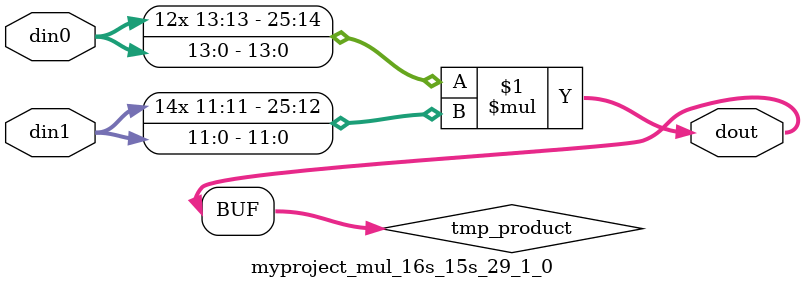
<source format=v>

`timescale 1 ns / 1 ps

  module myproject_mul_16s_15s_29_1_0(din0, din1, dout);
parameter ID = 1;
parameter NUM_STAGE = 0;
parameter din0_WIDTH = 14;
parameter din1_WIDTH = 12;
parameter dout_WIDTH = 26;

input [din0_WIDTH - 1 : 0] din0; 
input [din1_WIDTH - 1 : 0] din1; 
output [dout_WIDTH - 1 : 0] dout;

wire signed [dout_WIDTH - 1 : 0] tmp_product;













assign tmp_product = $signed(din0) * $signed(din1);








assign dout = tmp_product;







endmodule

</source>
